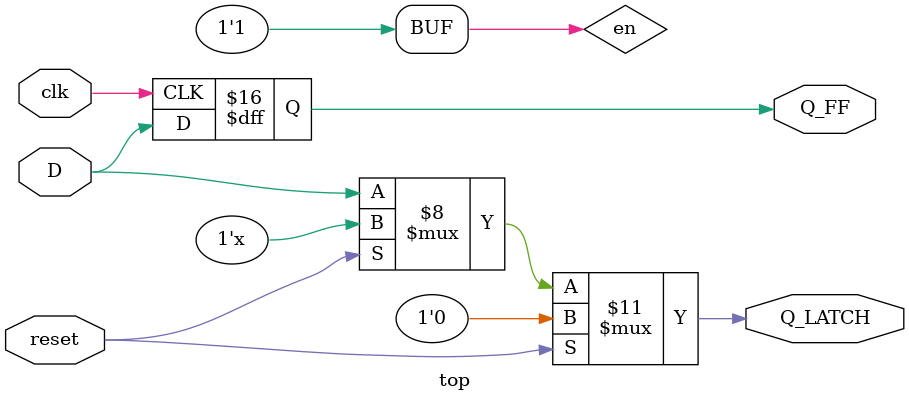
<source format=v>
`timescale 1ns / 1ps


module top(clk, D, reset, Q_FF, Q_LATCH);

  input clk,reset;
  input D ;
  output Q_FF, Q_LATCH ;
  
  reg Q_FF, Q_LATCH ;
  
  wire en=1'b1;
  
///////////FLIP FLOP //////////////////////////  
  always @(posedge clk)
    if (en==1)
      Q_FF = D ;
	  
///////////////////////////////////////////////
////// LATCH //////////////////////////////////	  
  always @(reset or en or D) begin : LATCH
  
      if (reset) begin
          Q_LATCH = 1'b0;
      end
      else if (en) begin
          Q_LATCH = D;
      end
  end
  	  
endmodule
</source>
